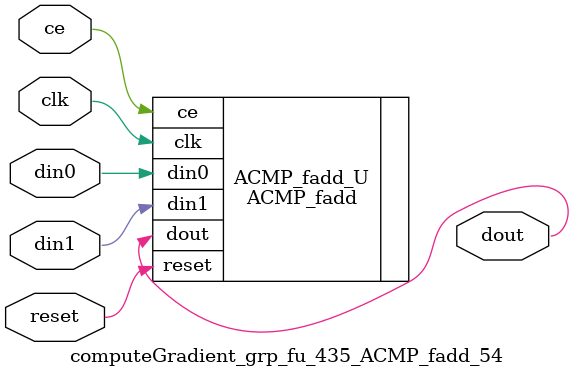
<source format=v>

`timescale 1 ns / 1 ps
module computeGradient_grp_fu_435_ACMP_fadd_54(
    clk,
    reset,
    ce,
    din0,
    din1,
    dout);

parameter ID = 32'd1;
parameter NUM_STAGE = 32'd1;
parameter din0_WIDTH = 32'd1;
parameter din1_WIDTH = 32'd1;
parameter dout_WIDTH = 32'd1;
input clk;
input reset;
input ce;
input[din0_WIDTH - 1:0] din0;
input[din1_WIDTH - 1:0] din1;
output[dout_WIDTH - 1:0] dout;



ACMP_fadd #(
.ID( ID ),
.NUM_STAGE( 4 ),
.din0_WIDTH( din0_WIDTH ),
.din1_WIDTH( din1_WIDTH ),
.dout_WIDTH( dout_WIDTH ))
ACMP_fadd_U(
    .clk( clk ),
    .reset( reset ),
    .ce( ce ),
    .din0( din0 ),
    .din1( din1 ),
    .dout( dout ));

endmodule

</source>
